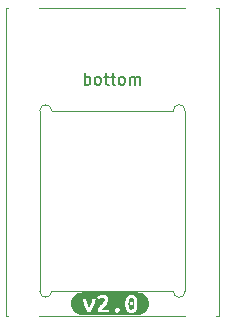
<source format=gbr>
G04 #@! TF.GenerationSoftware,KiCad,Pcbnew,6.0.10+dfsg-1~bpo11+1*
G04 #@! TF.ProjectId,bot,626f742e-6b69-4636-9164-5f7063625858,rev?*
G04 #@! TF.SameCoordinates,Original*
G04 #@! TF.FileFunction,Legend,Top*
G04 #@! TF.FilePolarity,Positive*
%FSLAX46Y46*%
G04 Gerber Fmt 4.6, Leading zero omitted, Abs format (unit mm)*
%MOMM*%
%LPD*%
G01*
G04 APERTURE LIST*
%ADD10C,0.150000*%
G04 #@! TA.AperFunction,Profile*
%ADD11C,0.120000*%
G04 #@! TD*
%ADD12C,0.900000*%
%ADD13C,2.500000*%
%ADD14C,1.050000*%
G04 APERTURE END LIST*
D10*
X133142857Y-106452380D02*
X133142857Y-105452380D01*
X133142857Y-105833333D02*
X133238095Y-105785714D01*
X133428571Y-105785714D01*
X133523809Y-105833333D01*
X133571428Y-105880952D01*
X133619047Y-105976190D01*
X133619047Y-106261904D01*
X133571428Y-106357142D01*
X133523809Y-106404761D01*
X133428571Y-106452380D01*
X133238095Y-106452380D01*
X133142857Y-106404761D01*
X134190476Y-106452380D02*
X134095238Y-106404761D01*
X134047619Y-106357142D01*
X134000000Y-106261904D01*
X134000000Y-105976190D01*
X134047619Y-105880952D01*
X134095238Y-105833333D01*
X134190476Y-105785714D01*
X134333333Y-105785714D01*
X134428571Y-105833333D01*
X134476190Y-105880952D01*
X134523809Y-105976190D01*
X134523809Y-106261904D01*
X134476190Y-106357142D01*
X134428571Y-106404761D01*
X134333333Y-106452380D01*
X134190476Y-106452380D01*
X134809523Y-105785714D02*
X135190476Y-105785714D01*
X134952380Y-105452380D02*
X134952380Y-106309523D01*
X135000000Y-106404761D01*
X135095238Y-106452380D01*
X135190476Y-106452380D01*
X135380952Y-105785714D02*
X135761904Y-105785714D01*
X135523809Y-105452380D02*
X135523809Y-106309523D01*
X135571428Y-106404761D01*
X135666666Y-106452380D01*
X135761904Y-106452380D01*
X136238095Y-106452380D02*
X136142857Y-106404761D01*
X136095238Y-106357142D01*
X136047619Y-106261904D01*
X136047619Y-105976190D01*
X136095238Y-105880952D01*
X136142857Y-105833333D01*
X136238095Y-105785714D01*
X136380952Y-105785714D01*
X136476190Y-105833333D01*
X136523809Y-105880952D01*
X136571428Y-105976190D01*
X136571428Y-106261904D01*
X136523809Y-106357142D01*
X136476190Y-106404761D01*
X136380952Y-106452380D01*
X136238095Y-106452380D01*
X137000000Y-106452380D02*
X137000000Y-105785714D01*
X137000000Y-105880952D02*
X137047619Y-105833333D01*
X137142857Y-105785714D01*
X137285714Y-105785714D01*
X137380952Y-105833333D01*
X137428571Y-105928571D01*
X137428571Y-106452380D01*
X137428571Y-105928571D02*
X137476190Y-105833333D01*
X137571428Y-105785714D01*
X137714285Y-105785714D01*
X137809523Y-105833333D01*
X137857142Y-105928571D01*
X137857142Y-106452380D01*
G36*
X132788126Y-125948989D02*
G01*
X132606615Y-125893929D01*
X132439333Y-125804514D01*
X132292709Y-125684183D01*
X132172378Y-125537559D01*
X132082964Y-125370277D01*
X132027903Y-125188766D01*
X132009311Y-125000000D01*
X132027903Y-124811234D01*
X132082964Y-124629723D01*
X132088696Y-124619000D01*
X132977091Y-124619000D01*
X133027767Y-124784720D01*
X133079782Y-124943743D01*
X133133137Y-125096069D01*
X133187831Y-125241697D01*
X133261253Y-125423333D01*
X133333881Y-125588830D01*
X133405716Y-125738188D01*
X133650984Y-125738188D01*
X133724009Y-125588830D01*
X133800209Y-125423333D01*
X133879584Y-125241697D01*
X133938967Y-125096069D01*
X133995670Y-124943743D01*
X134049695Y-124784720D01*
X134101041Y-124619000D01*
X133803384Y-124619000D01*
X133778679Y-124712464D01*
X133747425Y-124811881D01*
X133712302Y-124914573D01*
X133675987Y-125017859D01*
X133638780Y-125119955D01*
X133600978Y-125219075D01*
X133531922Y-125397669D01*
X133466437Y-125219075D01*
X133432207Y-125119955D01*
X133398572Y-125017859D01*
X133366127Y-124914573D01*
X133335469Y-124811881D01*
X133307787Y-124712464D01*
X133284272Y-124619000D01*
X132977091Y-124619000D01*
X132088696Y-124619000D01*
X132172378Y-124462441D01*
X132202187Y-124426119D01*
X134236772Y-124426119D01*
X134382028Y-124630906D01*
X134532047Y-124518988D01*
X134677303Y-124485650D01*
X134815416Y-124534466D01*
X134870184Y-124673769D01*
X134826131Y-124799975D01*
X134714213Y-124928563D01*
X134643966Y-124996726D01*
X134568956Y-125067866D01*
X134493947Y-125143470D01*
X134423700Y-125225028D01*
X134361787Y-125313432D01*
X134311781Y-125409575D01*
X134278741Y-125514350D01*
X134267728Y-125628650D01*
X134266537Y-125678656D01*
X134272491Y-125738188D01*
X135234516Y-125738188D01*
X135234516Y-125550069D01*
X135708384Y-125550069D01*
X135726244Y-125641747D01*
X135773869Y-125708422D01*
X135841734Y-125750094D01*
X135922697Y-125764381D01*
X136070334Y-125709613D01*
X136134628Y-125550069D01*
X136070334Y-125395288D01*
X135922697Y-125340519D01*
X135841734Y-125354806D01*
X135773869Y-125395288D01*
X135726244Y-125460772D01*
X135708384Y-125550069D01*
X135234516Y-125550069D01*
X135234516Y-125495300D01*
X134601103Y-125495300D01*
X134626106Y-125416719D01*
X134686828Y-125332184D01*
X134763028Y-125251222D01*
X134834466Y-125183356D01*
X134955909Y-125064294D01*
X135011472Y-124997619D01*
X136598972Y-124997619D01*
X136607157Y-125180380D01*
X136631714Y-125338138D01*
X136672642Y-125470892D01*
X136729941Y-125578644D01*
X136830482Y-125684477D01*
X136957482Y-125747977D01*
X137110941Y-125769144D01*
X137264399Y-125747977D01*
X137391399Y-125684477D01*
X137491941Y-125578644D01*
X137549239Y-125470892D01*
X137590167Y-125338138D01*
X137614724Y-125180380D01*
X137622909Y-124997619D01*
X137614724Y-124815974D01*
X137590167Y-124659184D01*
X137549239Y-124527247D01*
X137491941Y-124420166D01*
X137391399Y-124314994D01*
X137264399Y-124251891D01*
X137110941Y-124230856D01*
X136959864Y-124252023D01*
X136833657Y-124315523D01*
X136732322Y-124421356D01*
X136673981Y-124528810D01*
X136632309Y-124660672D01*
X136607306Y-124816941D01*
X136598972Y-124997619D01*
X135011472Y-124997619D01*
X135063066Y-124935706D01*
X135139266Y-124798784D01*
X135167841Y-124652338D01*
X135129741Y-124467791D01*
X135027347Y-124335631D01*
X134879709Y-124257050D01*
X134705878Y-124230856D01*
X134581755Y-124242763D01*
X134457037Y-124278481D01*
X134339463Y-124339203D01*
X134236772Y-124426119D01*
X132202187Y-124426119D01*
X132292709Y-124315817D01*
X132439333Y-124195486D01*
X132606615Y-124106071D01*
X132788126Y-124051011D01*
X132976892Y-124032419D01*
X137623108Y-124032419D01*
X137811874Y-124051011D01*
X137993385Y-124106071D01*
X138160667Y-124195486D01*
X138307291Y-124315817D01*
X138427622Y-124462441D01*
X138517036Y-124629723D01*
X138572097Y-124811234D01*
X138590689Y-125000000D01*
X138572097Y-125188766D01*
X138517036Y-125370277D01*
X138427622Y-125537559D01*
X138307291Y-125684183D01*
X138160667Y-125804514D01*
X137993385Y-125893929D01*
X137811874Y-125948989D01*
X137623108Y-125967581D01*
X132976892Y-125967581D01*
X132788126Y-125948989D01*
G37*
G36*
X137110941Y-125516731D02*
G01*
X137005570Y-125483691D01*
X136927584Y-125384572D01*
X136891866Y-125282840D01*
X136870434Y-125153855D01*
X136863291Y-124997619D01*
X136864389Y-124973806D01*
X136979972Y-124973806D01*
X137015691Y-125084534D01*
X137113322Y-125130969D01*
X137207381Y-125084534D01*
X137244291Y-124973806D01*
X137207381Y-124861888D01*
X137113322Y-124814263D01*
X137015691Y-124861888D01*
X136979972Y-124973806D01*
X136864389Y-124973806D01*
X136870434Y-124842705D01*
X136891866Y-124714515D01*
X136927584Y-124613047D01*
X137005570Y-124513927D01*
X137110941Y-124480888D01*
X137217799Y-124513927D01*
X137295487Y-124613047D01*
X137330545Y-124714515D01*
X137351579Y-124842705D01*
X137358591Y-124997619D01*
X137351579Y-125153855D01*
X137330545Y-125282840D01*
X137295487Y-125384572D01*
X137217799Y-125483691D01*
X137113322Y-125515995D01*
X137110941Y-125516731D01*
G37*
D11*
X126500000Y-100000000D02*
X144500000Y-100000000D01*
X144500000Y-100000000D02*
X144500000Y-126000000D01*
X144500000Y-126000000D02*
X126500000Y-126000000D01*
X126500000Y-126000000D02*
X126500000Y-100000000D01*
X129350000Y-108650000D02*
X129350000Y-123950000D01*
X140650000Y-108650000D02*
X130350000Y-108650000D01*
X141650000Y-123950000D02*
X141650000Y-108650000D01*
X130350000Y-123950000D02*
X140650000Y-123950000D01*
X141650000Y-108650000D02*
G75*
G03*
X140650000Y-108650000I-500000J0D01*
G01*
X140650000Y-123950000D02*
G75*
G03*
X141650000Y-123950000I500000J0D01*
G01*
X129350000Y-123950000D02*
G75*
G03*
X130350000Y-123950000I500000J0D01*
G01*
X130350000Y-108650000D02*
G75*
G03*
X129350000Y-108650000I-500000J0D01*
G01*
%LPC*%
D12*
X131500000Y-125000000D03*
X128500000Y-106000000D03*
X142500000Y-103000000D03*
D13*
X128000000Y-100000000D03*
X143000000Y-100000000D03*
X143000000Y-126000000D03*
X128000000Y-126000000D03*
D14*
X128500000Y-111600000D03*
X142500000Y-123600000D03*
X142500000Y-121600000D03*
X128500000Y-113600000D03*
X128500000Y-115600000D03*
X142500000Y-111600000D03*
X142500000Y-119600000D03*
X128500000Y-109600000D03*
X142500000Y-109600000D03*
X142500000Y-115600000D03*
X128500000Y-121600000D03*
X142500000Y-113600000D03*
X142500000Y-117600000D03*
X128500000Y-119600000D03*
X128500000Y-123600000D03*
X128500000Y-117600000D03*
M02*

</source>
